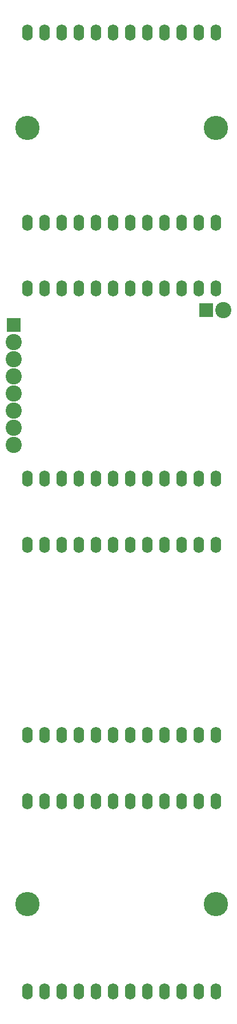
<source format=gts>
G04 #@! TF.GenerationSoftware,KiCad,Pcbnew,(5.0.0-rc2-35-gda6600525)*
G04 #@! TF.CreationDate,2018-07-07T16:30:24-07:00*
G04 #@! TF.ProjectId,ht1632c-evaluation,687431363332632D6576616C75617469,rev?*
G04 #@! TF.SameCoordinates,Original*
G04 #@! TF.FileFunction,Soldermask,Top*
G04 #@! TF.FilePolarity,Negative*
%FSLAX46Y46*%
G04 Gerber Fmt 4.6, Leading zero omitted, Abs format (unit mm)*
G04 Created by KiCad (PCBNEW (5.0.0-rc2-35-gda6600525)) date 07/07/18 16:30:24*
%MOMM*%
%LPD*%
G01*
G04 APERTURE LIST*
%ADD10O,1.600000X2.400000*%
%ADD11C,3.600000*%
%ADD12C,2.400000*%
%ADD13R,2.000000X2.000000*%
G04 APERTURE END LIST*
D10*
G04 #@! TO.C,U2*
X50000000Y-65800000D03*
X50000000Y-94000000D03*
X52540000Y-65800000D03*
X52540000Y-94000000D03*
X55080000Y-65800000D03*
X55080000Y-94000000D03*
X57620000Y-65800000D03*
X57620000Y-94000000D03*
X60160000Y-65800000D03*
X60160000Y-94000000D03*
X62700000Y-65800000D03*
X62700000Y-94000000D03*
X65240000Y-65800000D03*
X65240000Y-94000000D03*
X67780000Y-65800000D03*
X67780000Y-94000000D03*
X70320000Y-65800000D03*
X70320000Y-94000000D03*
X72860000Y-65800000D03*
X72860000Y-94000000D03*
X75400000Y-65800000D03*
X75400000Y-94000000D03*
X77940000Y-65800000D03*
X77940000Y-94000000D03*
G04 #@! TD*
D11*
G04 #@! TO.C,REF\002A\002A*
X78000000Y-157000000D03*
G04 #@! TD*
G04 #@! TO.C,REF\002A\002A*
X50000000Y-157000000D03*
G04 #@! TD*
G04 #@! TO.C,REF\002A\002A*
X78000000Y-42000000D03*
G04 #@! TD*
D12*
G04 #@! TO.C,J1*
X79040000Y-69000000D03*
D13*
X76500000Y-69000000D03*
G04 #@! TD*
D12*
G04 #@! TO.C,J2*
X48000000Y-89000000D03*
X48000000Y-86460000D03*
X48000000Y-83920000D03*
X48000000Y-81380000D03*
X48000000Y-78840000D03*
X48000000Y-76300000D03*
X48000000Y-73760000D03*
D13*
X48000000Y-71220000D03*
G04 #@! TD*
D10*
G04 #@! TO.C,U1*
X77940000Y-56000000D03*
X77940000Y-27800000D03*
X75400000Y-56000000D03*
X75400000Y-27800000D03*
X72860000Y-56000000D03*
X72860000Y-27800000D03*
X70320000Y-56000000D03*
X70320000Y-27800000D03*
X67780000Y-56000000D03*
X67780000Y-27800000D03*
X65240000Y-56000000D03*
X65240000Y-27800000D03*
X62700000Y-56000000D03*
X62700000Y-27800000D03*
X60160000Y-56000000D03*
X60160000Y-27800000D03*
X57620000Y-56000000D03*
X57620000Y-27800000D03*
X55080000Y-56000000D03*
X55080000Y-27800000D03*
X52540000Y-56000000D03*
X52540000Y-27800000D03*
X50000000Y-56000000D03*
X50000000Y-27800000D03*
G04 #@! TD*
G04 #@! TO.C,U3*
X77940000Y-132000000D03*
X77940000Y-103800000D03*
X75400000Y-132000000D03*
X75400000Y-103800000D03*
X72860000Y-132000000D03*
X72860000Y-103800000D03*
X70320000Y-132000000D03*
X70320000Y-103800000D03*
X67780000Y-132000000D03*
X67780000Y-103800000D03*
X65240000Y-132000000D03*
X65240000Y-103800000D03*
X62700000Y-132000000D03*
X62700000Y-103800000D03*
X60160000Y-132000000D03*
X60160000Y-103800000D03*
X57620000Y-132000000D03*
X57620000Y-103800000D03*
X55080000Y-132000000D03*
X55080000Y-103800000D03*
X52540000Y-132000000D03*
X52540000Y-103800000D03*
X50000000Y-132000000D03*
X50000000Y-103800000D03*
G04 #@! TD*
G04 #@! TO.C,U4*
X50000000Y-141800000D03*
X50000000Y-170000000D03*
X52540000Y-141800000D03*
X52540000Y-170000000D03*
X55080000Y-141800000D03*
X55080000Y-170000000D03*
X57620000Y-141800000D03*
X57620000Y-170000000D03*
X60160000Y-141800000D03*
X60160000Y-170000000D03*
X62700000Y-141800000D03*
X62700000Y-170000000D03*
X65240000Y-141800000D03*
X65240000Y-170000000D03*
X67780000Y-141800000D03*
X67780000Y-170000000D03*
X70320000Y-141800000D03*
X70320000Y-170000000D03*
X72860000Y-141800000D03*
X72860000Y-170000000D03*
X75400000Y-141800000D03*
X75400000Y-170000000D03*
X77940000Y-141800000D03*
X77940000Y-170000000D03*
G04 #@! TD*
D11*
G04 #@! TO.C,REF\002A\002A*
X50000000Y-42000000D03*
G04 #@! TD*
M02*

</source>
